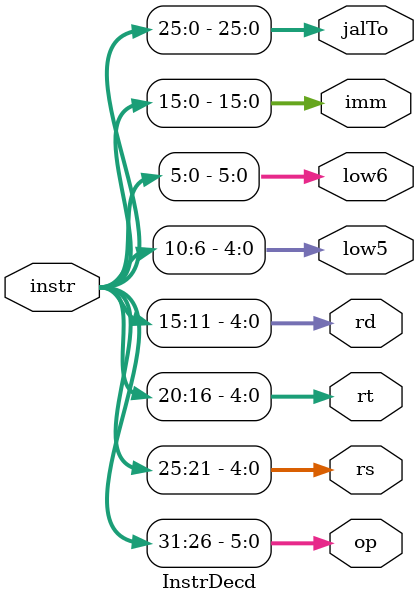
<source format=v>
`timescale 1ns / 1ps
module InstrDecd(
	input [31:0]instr,
	output [5:0]op,
	output [4:0]rs,
	output [4:0]rt,
	output [4:0]rd,
	output [4:0]low5,
	output [5:0]low6,
	output [15:0]imm,
	output [25:0]jalTo
    );
	
	assign op = instr[31:26];
	assign rs = instr[25:21];
	assign rt = instr[20:16];
	assign rd = instr[15:11];
	assign low5 = instr[10:6];
	assign low6 = instr[5:0];
	assign imm = instr[15:0];
	assign jalTo = instr[25:0];

endmodule

</source>
